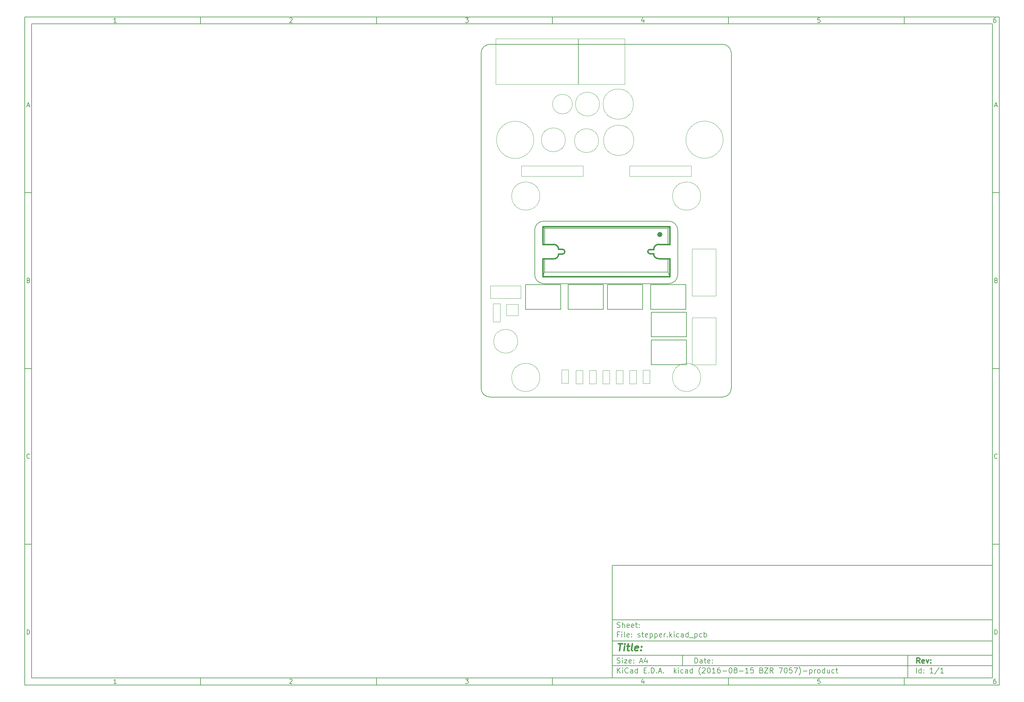
<source format=gbr>
G04 #@! TF.FileFunction,Other,User*
%FSLAX46Y46*%
G04 Gerber Fmt 4.6, Leading zero omitted, Abs format (unit mm)*
G04 Created by KiCad (PCBNEW (2016-08-15 BZR 7057)-product) date Tue Nov  8 12:42:18 2016*
%MOMM*%
%LPD*%
G01*
G04 APERTURE LIST*
%ADD10C,0.100000*%
%ADD11C,0.150000*%
%ADD12C,0.300000*%
%ADD13C,0.400000*%
%ADD14C,0.050000*%
%ADD15C,0.800100*%
%ADD16C,0.200660*%
%ADD17C,0.381000*%
G04 APERTURE END LIST*
D10*
D11*
X177002200Y-166007200D02*
X177002200Y-198007200D01*
X285002200Y-198007200D01*
X285002200Y-166007200D01*
X177002200Y-166007200D01*
D10*
D11*
X10000000Y-10000000D02*
X10000000Y-200007200D01*
X287002200Y-200007200D01*
X287002200Y-10000000D01*
X10000000Y-10000000D01*
D10*
D11*
X12000000Y-12000000D02*
X12000000Y-198007200D01*
X285002200Y-198007200D01*
X285002200Y-12000000D01*
X12000000Y-12000000D01*
D10*
D11*
X60000000Y-12000000D02*
X60000000Y-10000000D01*
D10*
D11*
X110000000Y-12000000D02*
X110000000Y-10000000D01*
D10*
D11*
X160000000Y-12000000D02*
X160000000Y-10000000D01*
D10*
D11*
X210000000Y-12000000D02*
X210000000Y-10000000D01*
D10*
D11*
X260000000Y-12000000D02*
X260000000Y-10000000D01*
D10*
D11*
X36065476Y-11588095D02*
X35322619Y-11588095D01*
X35694047Y-11588095D02*
X35694047Y-10288095D01*
X35570238Y-10473809D01*
X35446428Y-10597619D01*
X35322619Y-10659523D01*
D10*
D11*
X85322619Y-10411904D02*
X85384523Y-10350000D01*
X85508333Y-10288095D01*
X85817857Y-10288095D01*
X85941666Y-10350000D01*
X86003571Y-10411904D01*
X86065476Y-10535714D01*
X86065476Y-10659523D01*
X86003571Y-10845238D01*
X85260714Y-11588095D01*
X86065476Y-11588095D01*
D10*
D11*
X135260714Y-10288095D02*
X136065476Y-10288095D01*
X135632142Y-10783333D01*
X135817857Y-10783333D01*
X135941666Y-10845238D01*
X136003571Y-10907142D01*
X136065476Y-11030952D01*
X136065476Y-11340476D01*
X136003571Y-11464285D01*
X135941666Y-11526190D01*
X135817857Y-11588095D01*
X135446428Y-11588095D01*
X135322619Y-11526190D01*
X135260714Y-11464285D01*
D10*
D11*
X185941666Y-10721428D02*
X185941666Y-11588095D01*
X185632142Y-10226190D02*
X185322619Y-11154761D01*
X186127380Y-11154761D01*
D10*
D11*
X236003571Y-10288095D02*
X235384523Y-10288095D01*
X235322619Y-10907142D01*
X235384523Y-10845238D01*
X235508333Y-10783333D01*
X235817857Y-10783333D01*
X235941666Y-10845238D01*
X236003571Y-10907142D01*
X236065476Y-11030952D01*
X236065476Y-11340476D01*
X236003571Y-11464285D01*
X235941666Y-11526190D01*
X235817857Y-11588095D01*
X235508333Y-11588095D01*
X235384523Y-11526190D01*
X235322619Y-11464285D01*
D10*
D11*
X285941666Y-10288095D02*
X285694047Y-10288095D01*
X285570238Y-10350000D01*
X285508333Y-10411904D01*
X285384523Y-10597619D01*
X285322619Y-10845238D01*
X285322619Y-11340476D01*
X285384523Y-11464285D01*
X285446428Y-11526190D01*
X285570238Y-11588095D01*
X285817857Y-11588095D01*
X285941666Y-11526190D01*
X286003571Y-11464285D01*
X286065476Y-11340476D01*
X286065476Y-11030952D01*
X286003571Y-10907142D01*
X285941666Y-10845238D01*
X285817857Y-10783333D01*
X285570238Y-10783333D01*
X285446428Y-10845238D01*
X285384523Y-10907142D01*
X285322619Y-11030952D01*
D10*
D11*
X60000000Y-198007200D02*
X60000000Y-200007200D01*
D10*
D11*
X110000000Y-198007200D02*
X110000000Y-200007200D01*
D10*
D11*
X160000000Y-198007200D02*
X160000000Y-200007200D01*
D10*
D11*
X210000000Y-198007200D02*
X210000000Y-200007200D01*
D10*
D11*
X260000000Y-198007200D02*
X260000000Y-200007200D01*
D10*
D11*
X36065476Y-199595295D02*
X35322619Y-199595295D01*
X35694047Y-199595295D02*
X35694047Y-198295295D01*
X35570238Y-198481009D01*
X35446428Y-198604819D01*
X35322619Y-198666723D01*
D10*
D11*
X85322619Y-198419104D02*
X85384523Y-198357200D01*
X85508333Y-198295295D01*
X85817857Y-198295295D01*
X85941666Y-198357200D01*
X86003571Y-198419104D01*
X86065476Y-198542914D01*
X86065476Y-198666723D01*
X86003571Y-198852438D01*
X85260714Y-199595295D01*
X86065476Y-199595295D01*
D10*
D11*
X135260714Y-198295295D02*
X136065476Y-198295295D01*
X135632142Y-198790533D01*
X135817857Y-198790533D01*
X135941666Y-198852438D01*
X136003571Y-198914342D01*
X136065476Y-199038152D01*
X136065476Y-199347676D01*
X136003571Y-199471485D01*
X135941666Y-199533390D01*
X135817857Y-199595295D01*
X135446428Y-199595295D01*
X135322619Y-199533390D01*
X135260714Y-199471485D01*
D10*
D11*
X185941666Y-198728628D02*
X185941666Y-199595295D01*
X185632142Y-198233390D02*
X185322619Y-199161961D01*
X186127380Y-199161961D01*
D10*
D11*
X236003571Y-198295295D02*
X235384523Y-198295295D01*
X235322619Y-198914342D01*
X235384523Y-198852438D01*
X235508333Y-198790533D01*
X235817857Y-198790533D01*
X235941666Y-198852438D01*
X236003571Y-198914342D01*
X236065476Y-199038152D01*
X236065476Y-199347676D01*
X236003571Y-199471485D01*
X235941666Y-199533390D01*
X235817857Y-199595295D01*
X235508333Y-199595295D01*
X235384523Y-199533390D01*
X235322619Y-199471485D01*
D10*
D11*
X285941666Y-198295295D02*
X285694047Y-198295295D01*
X285570238Y-198357200D01*
X285508333Y-198419104D01*
X285384523Y-198604819D01*
X285322619Y-198852438D01*
X285322619Y-199347676D01*
X285384523Y-199471485D01*
X285446428Y-199533390D01*
X285570238Y-199595295D01*
X285817857Y-199595295D01*
X285941666Y-199533390D01*
X286003571Y-199471485D01*
X286065476Y-199347676D01*
X286065476Y-199038152D01*
X286003571Y-198914342D01*
X285941666Y-198852438D01*
X285817857Y-198790533D01*
X285570238Y-198790533D01*
X285446428Y-198852438D01*
X285384523Y-198914342D01*
X285322619Y-199038152D01*
D10*
D11*
X10000000Y-60000000D02*
X12000000Y-60000000D01*
D10*
D11*
X10000000Y-110000000D02*
X12000000Y-110000000D01*
D10*
D11*
X10000000Y-160000000D02*
X12000000Y-160000000D01*
D10*
D11*
X10690476Y-35216666D02*
X11309523Y-35216666D01*
X10566666Y-35588095D02*
X11000000Y-34288095D01*
X11433333Y-35588095D01*
D10*
D11*
X11092857Y-84907142D02*
X11278571Y-84969047D01*
X11340476Y-85030952D01*
X11402380Y-85154761D01*
X11402380Y-85340476D01*
X11340476Y-85464285D01*
X11278571Y-85526190D01*
X11154761Y-85588095D01*
X10659523Y-85588095D01*
X10659523Y-84288095D01*
X11092857Y-84288095D01*
X11216666Y-84350000D01*
X11278571Y-84411904D01*
X11340476Y-84535714D01*
X11340476Y-84659523D01*
X11278571Y-84783333D01*
X11216666Y-84845238D01*
X11092857Y-84907142D01*
X10659523Y-84907142D01*
D10*
D11*
X11402380Y-135464285D02*
X11340476Y-135526190D01*
X11154761Y-135588095D01*
X11030952Y-135588095D01*
X10845238Y-135526190D01*
X10721428Y-135402380D01*
X10659523Y-135278571D01*
X10597619Y-135030952D01*
X10597619Y-134845238D01*
X10659523Y-134597619D01*
X10721428Y-134473809D01*
X10845238Y-134350000D01*
X11030952Y-134288095D01*
X11154761Y-134288095D01*
X11340476Y-134350000D01*
X11402380Y-134411904D01*
D10*
D11*
X10659523Y-185588095D02*
X10659523Y-184288095D01*
X10969047Y-184288095D01*
X11154761Y-184350000D01*
X11278571Y-184473809D01*
X11340476Y-184597619D01*
X11402380Y-184845238D01*
X11402380Y-185030952D01*
X11340476Y-185278571D01*
X11278571Y-185402380D01*
X11154761Y-185526190D01*
X10969047Y-185588095D01*
X10659523Y-185588095D01*
D10*
D11*
X287002200Y-60000000D02*
X285002200Y-60000000D01*
D10*
D11*
X287002200Y-110000000D02*
X285002200Y-110000000D01*
D10*
D11*
X287002200Y-160000000D02*
X285002200Y-160000000D01*
D10*
D11*
X285692676Y-35216666D02*
X286311723Y-35216666D01*
X285568866Y-35588095D02*
X286002200Y-34288095D01*
X286435533Y-35588095D01*
D10*
D11*
X286095057Y-84907142D02*
X286280771Y-84969047D01*
X286342676Y-85030952D01*
X286404580Y-85154761D01*
X286404580Y-85340476D01*
X286342676Y-85464285D01*
X286280771Y-85526190D01*
X286156961Y-85588095D01*
X285661723Y-85588095D01*
X285661723Y-84288095D01*
X286095057Y-84288095D01*
X286218866Y-84350000D01*
X286280771Y-84411904D01*
X286342676Y-84535714D01*
X286342676Y-84659523D01*
X286280771Y-84783333D01*
X286218866Y-84845238D01*
X286095057Y-84907142D01*
X285661723Y-84907142D01*
D10*
D11*
X286404580Y-135464285D02*
X286342676Y-135526190D01*
X286156961Y-135588095D01*
X286033152Y-135588095D01*
X285847438Y-135526190D01*
X285723628Y-135402380D01*
X285661723Y-135278571D01*
X285599819Y-135030952D01*
X285599819Y-134845238D01*
X285661723Y-134597619D01*
X285723628Y-134473809D01*
X285847438Y-134350000D01*
X286033152Y-134288095D01*
X286156961Y-134288095D01*
X286342676Y-134350000D01*
X286404580Y-134411904D01*
D10*
D11*
X285661723Y-185588095D02*
X285661723Y-184288095D01*
X285971247Y-184288095D01*
X286156961Y-184350000D01*
X286280771Y-184473809D01*
X286342676Y-184597619D01*
X286404580Y-184845238D01*
X286404580Y-185030952D01*
X286342676Y-185278571D01*
X286280771Y-185402380D01*
X286156961Y-185526190D01*
X285971247Y-185588095D01*
X285661723Y-185588095D01*
D10*
D11*
X200434342Y-193785771D02*
X200434342Y-192285771D01*
X200791485Y-192285771D01*
X201005771Y-192357200D01*
X201148628Y-192500057D01*
X201220057Y-192642914D01*
X201291485Y-192928628D01*
X201291485Y-193142914D01*
X201220057Y-193428628D01*
X201148628Y-193571485D01*
X201005771Y-193714342D01*
X200791485Y-193785771D01*
X200434342Y-193785771D01*
X202577200Y-193785771D02*
X202577200Y-193000057D01*
X202505771Y-192857200D01*
X202362914Y-192785771D01*
X202077200Y-192785771D01*
X201934342Y-192857200D01*
X202577200Y-193714342D02*
X202434342Y-193785771D01*
X202077200Y-193785771D01*
X201934342Y-193714342D01*
X201862914Y-193571485D01*
X201862914Y-193428628D01*
X201934342Y-193285771D01*
X202077200Y-193214342D01*
X202434342Y-193214342D01*
X202577200Y-193142914D01*
X203077200Y-192785771D02*
X203648628Y-192785771D01*
X203291485Y-192285771D02*
X203291485Y-193571485D01*
X203362914Y-193714342D01*
X203505771Y-193785771D01*
X203648628Y-193785771D01*
X204720057Y-193714342D02*
X204577200Y-193785771D01*
X204291485Y-193785771D01*
X204148628Y-193714342D01*
X204077200Y-193571485D01*
X204077200Y-193000057D01*
X204148628Y-192857200D01*
X204291485Y-192785771D01*
X204577200Y-192785771D01*
X204720057Y-192857200D01*
X204791485Y-193000057D01*
X204791485Y-193142914D01*
X204077200Y-193285771D01*
X205434342Y-193642914D02*
X205505771Y-193714342D01*
X205434342Y-193785771D01*
X205362914Y-193714342D01*
X205434342Y-193642914D01*
X205434342Y-193785771D01*
X205434342Y-192857200D02*
X205505771Y-192928628D01*
X205434342Y-193000057D01*
X205362914Y-192928628D01*
X205434342Y-192857200D01*
X205434342Y-193000057D01*
D10*
D11*
X177002200Y-194507200D02*
X285002200Y-194507200D01*
D10*
D11*
X178434342Y-196585771D02*
X178434342Y-195085771D01*
X179291485Y-196585771D02*
X178648628Y-195728628D01*
X179291485Y-195085771D02*
X178434342Y-195942914D01*
X179934342Y-196585771D02*
X179934342Y-195585771D01*
X179934342Y-195085771D02*
X179862914Y-195157200D01*
X179934342Y-195228628D01*
X180005771Y-195157200D01*
X179934342Y-195085771D01*
X179934342Y-195228628D01*
X181505771Y-196442914D02*
X181434342Y-196514342D01*
X181220057Y-196585771D01*
X181077200Y-196585771D01*
X180862914Y-196514342D01*
X180720057Y-196371485D01*
X180648628Y-196228628D01*
X180577200Y-195942914D01*
X180577200Y-195728628D01*
X180648628Y-195442914D01*
X180720057Y-195300057D01*
X180862914Y-195157200D01*
X181077200Y-195085771D01*
X181220057Y-195085771D01*
X181434342Y-195157200D01*
X181505771Y-195228628D01*
X182791485Y-196585771D02*
X182791485Y-195800057D01*
X182720057Y-195657200D01*
X182577200Y-195585771D01*
X182291485Y-195585771D01*
X182148628Y-195657200D01*
X182791485Y-196514342D02*
X182648628Y-196585771D01*
X182291485Y-196585771D01*
X182148628Y-196514342D01*
X182077200Y-196371485D01*
X182077200Y-196228628D01*
X182148628Y-196085771D01*
X182291485Y-196014342D01*
X182648628Y-196014342D01*
X182791485Y-195942914D01*
X184148628Y-196585771D02*
X184148628Y-195085771D01*
X184148628Y-196514342D02*
X184005771Y-196585771D01*
X183720057Y-196585771D01*
X183577200Y-196514342D01*
X183505771Y-196442914D01*
X183434342Y-196300057D01*
X183434342Y-195871485D01*
X183505771Y-195728628D01*
X183577200Y-195657200D01*
X183720057Y-195585771D01*
X184005771Y-195585771D01*
X184148628Y-195657200D01*
X186005771Y-195800057D02*
X186505771Y-195800057D01*
X186720057Y-196585771D02*
X186005771Y-196585771D01*
X186005771Y-195085771D01*
X186720057Y-195085771D01*
X187362914Y-196442914D02*
X187434342Y-196514342D01*
X187362914Y-196585771D01*
X187291485Y-196514342D01*
X187362914Y-196442914D01*
X187362914Y-196585771D01*
X188077200Y-196585771D02*
X188077200Y-195085771D01*
X188434342Y-195085771D01*
X188648628Y-195157200D01*
X188791485Y-195300057D01*
X188862914Y-195442914D01*
X188934342Y-195728628D01*
X188934342Y-195942914D01*
X188862914Y-196228628D01*
X188791485Y-196371485D01*
X188648628Y-196514342D01*
X188434342Y-196585771D01*
X188077200Y-196585771D01*
X189577200Y-196442914D02*
X189648628Y-196514342D01*
X189577200Y-196585771D01*
X189505771Y-196514342D01*
X189577200Y-196442914D01*
X189577200Y-196585771D01*
X190220057Y-196157200D02*
X190934342Y-196157200D01*
X190077200Y-196585771D02*
X190577200Y-195085771D01*
X191077200Y-196585771D01*
X191577200Y-196442914D02*
X191648628Y-196514342D01*
X191577200Y-196585771D01*
X191505771Y-196514342D01*
X191577200Y-196442914D01*
X191577200Y-196585771D01*
X194577200Y-196585771D02*
X194577200Y-195085771D01*
X194720057Y-196014342D02*
X195148628Y-196585771D01*
X195148628Y-195585771D02*
X194577200Y-196157200D01*
X195791485Y-196585771D02*
X195791485Y-195585771D01*
X195791485Y-195085771D02*
X195720057Y-195157200D01*
X195791485Y-195228628D01*
X195862914Y-195157200D01*
X195791485Y-195085771D01*
X195791485Y-195228628D01*
X197148628Y-196514342D02*
X197005771Y-196585771D01*
X196720057Y-196585771D01*
X196577200Y-196514342D01*
X196505771Y-196442914D01*
X196434342Y-196300057D01*
X196434342Y-195871485D01*
X196505771Y-195728628D01*
X196577200Y-195657200D01*
X196720057Y-195585771D01*
X197005771Y-195585771D01*
X197148628Y-195657200D01*
X198434342Y-196585771D02*
X198434342Y-195800057D01*
X198362914Y-195657200D01*
X198220057Y-195585771D01*
X197934342Y-195585771D01*
X197791485Y-195657200D01*
X198434342Y-196514342D02*
X198291485Y-196585771D01*
X197934342Y-196585771D01*
X197791485Y-196514342D01*
X197720057Y-196371485D01*
X197720057Y-196228628D01*
X197791485Y-196085771D01*
X197934342Y-196014342D01*
X198291485Y-196014342D01*
X198434342Y-195942914D01*
X199791485Y-196585771D02*
X199791485Y-195085771D01*
X199791485Y-196514342D02*
X199648628Y-196585771D01*
X199362914Y-196585771D01*
X199220057Y-196514342D01*
X199148628Y-196442914D01*
X199077200Y-196300057D01*
X199077200Y-195871485D01*
X199148628Y-195728628D01*
X199220057Y-195657200D01*
X199362914Y-195585771D01*
X199648628Y-195585771D01*
X199791485Y-195657200D01*
X202077200Y-197157200D02*
X202005771Y-197085771D01*
X201862914Y-196871485D01*
X201791485Y-196728628D01*
X201720057Y-196514342D01*
X201648628Y-196157200D01*
X201648628Y-195871485D01*
X201720057Y-195514342D01*
X201791485Y-195300057D01*
X201862914Y-195157200D01*
X202005771Y-194942914D01*
X202077200Y-194871485D01*
X202577200Y-195228628D02*
X202648628Y-195157200D01*
X202791485Y-195085771D01*
X203148628Y-195085771D01*
X203291485Y-195157200D01*
X203362914Y-195228628D01*
X203434342Y-195371485D01*
X203434342Y-195514342D01*
X203362914Y-195728628D01*
X202505771Y-196585771D01*
X203434342Y-196585771D01*
X204362914Y-195085771D02*
X204505771Y-195085771D01*
X204648628Y-195157200D01*
X204720057Y-195228628D01*
X204791485Y-195371485D01*
X204862914Y-195657200D01*
X204862914Y-196014342D01*
X204791485Y-196300057D01*
X204720057Y-196442914D01*
X204648628Y-196514342D01*
X204505771Y-196585771D01*
X204362914Y-196585771D01*
X204220057Y-196514342D01*
X204148628Y-196442914D01*
X204077200Y-196300057D01*
X204005771Y-196014342D01*
X204005771Y-195657200D01*
X204077200Y-195371485D01*
X204148628Y-195228628D01*
X204220057Y-195157200D01*
X204362914Y-195085771D01*
X206291485Y-196585771D02*
X205434342Y-196585771D01*
X205862914Y-196585771D02*
X205862914Y-195085771D01*
X205720057Y-195300057D01*
X205577200Y-195442914D01*
X205434342Y-195514342D01*
X207577200Y-195085771D02*
X207291485Y-195085771D01*
X207148628Y-195157200D01*
X207077200Y-195228628D01*
X206934342Y-195442914D01*
X206862914Y-195728628D01*
X206862914Y-196300057D01*
X206934342Y-196442914D01*
X207005771Y-196514342D01*
X207148628Y-196585771D01*
X207434342Y-196585771D01*
X207577200Y-196514342D01*
X207648628Y-196442914D01*
X207720057Y-196300057D01*
X207720057Y-195942914D01*
X207648628Y-195800057D01*
X207577200Y-195728628D01*
X207434342Y-195657200D01*
X207148628Y-195657200D01*
X207005771Y-195728628D01*
X206934342Y-195800057D01*
X206862914Y-195942914D01*
X208362914Y-196014342D02*
X209505771Y-196014342D01*
X210505771Y-195085771D02*
X210648628Y-195085771D01*
X210791485Y-195157200D01*
X210862914Y-195228628D01*
X210934342Y-195371485D01*
X211005771Y-195657200D01*
X211005771Y-196014342D01*
X210934342Y-196300057D01*
X210862914Y-196442914D01*
X210791485Y-196514342D01*
X210648628Y-196585771D01*
X210505771Y-196585771D01*
X210362914Y-196514342D01*
X210291485Y-196442914D01*
X210220057Y-196300057D01*
X210148628Y-196014342D01*
X210148628Y-195657200D01*
X210220057Y-195371485D01*
X210291485Y-195228628D01*
X210362914Y-195157200D01*
X210505771Y-195085771D01*
X211862914Y-195728628D02*
X211720057Y-195657200D01*
X211648628Y-195585771D01*
X211577200Y-195442914D01*
X211577200Y-195371485D01*
X211648628Y-195228628D01*
X211720057Y-195157200D01*
X211862914Y-195085771D01*
X212148628Y-195085771D01*
X212291485Y-195157200D01*
X212362914Y-195228628D01*
X212434342Y-195371485D01*
X212434342Y-195442914D01*
X212362914Y-195585771D01*
X212291485Y-195657200D01*
X212148628Y-195728628D01*
X211862914Y-195728628D01*
X211720057Y-195800057D01*
X211648628Y-195871485D01*
X211577200Y-196014342D01*
X211577200Y-196300057D01*
X211648628Y-196442914D01*
X211720057Y-196514342D01*
X211862914Y-196585771D01*
X212148628Y-196585771D01*
X212291485Y-196514342D01*
X212362914Y-196442914D01*
X212434342Y-196300057D01*
X212434342Y-196014342D01*
X212362914Y-195871485D01*
X212291485Y-195800057D01*
X212148628Y-195728628D01*
X213077200Y-196014342D02*
X214220057Y-196014342D01*
X215720057Y-196585771D02*
X214862914Y-196585771D01*
X215291485Y-196585771D02*
X215291485Y-195085771D01*
X215148628Y-195300057D01*
X215005771Y-195442914D01*
X214862914Y-195514342D01*
X217077200Y-195085771D02*
X216362914Y-195085771D01*
X216291485Y-195800057D01*
X216362914Y-195728628D01*
X216505771Y-195657200D01*
X216862914Y-195657200D01*
X217005771Y-195728628D01*
X217077200Y-195800057D01*
X217148628Y-195942914D01*
X217148628Y-196300057D01*
X217077200Y-196442914D01*
X217005771Y-196514342D01*
X216862914Y-196585771D01*
X216505771Y-196585771D01*
X216362914Y-196514342D01*
X216291485Y-196442914D01*
X219434342Y-195800057D02*
X219648628Y-195871485D01*
X219720057Y-195942914D01*
X219791485Y-196085771D01*
X219791485Y-196300057D01*
X219720057Y-196442914D01*
X219648628Y-196514342D01*
X219505771Y-196585771D01*
X218934342Y-196585771D01*
X218934342Y-195085771D01*
X219434342Y-195085771D01*
X219577200Y-195157200D01*
X219648628Y-195228628D01*
X219720057Y-195371485D01*
X219720057Y-195514342D01*
X219648628Y-195657200D01*
X219577200Y-195728628D01*
X219434342Y-195800057D01*
X218934342Y-195800057D01*
X220291485Y-195085771D02*
X221291485Y-195085771D01*
X220291485Y-196585771D01*
X221291485Y-196585771D01*
X222720057Y-196585771D02*
X222220057Y-195871485D01*
X221862914Y-196585771D02*
X221862914Y-195085771D01*
X222434342Y-195085771D01*
X222577200Y-195157200D01*
X222648628Y-195228628D01*
X222720057Y-195371485D01*
X222720057Y-195585771D01*
X222648628Y-195728628D01*
X222577200Y-195800057D01*
X222434342Y-195871485D01*
X221862914Y-195871485D01*
X224362914Y-195085771D02*
X225362914Y-195085771D01*
X224720057Y-196585771D01*
X226220057Y-195085771D02*
X226362914Y-195085771D01*
X226505771Y-195157200D01*
X226577200Y-195228628D01*
X226648628Y-195371485D01*
X226720057Y-195657200D01*
X226720057Y-196014342D01*
X226648628Y-196300057D01*
X226577200Y-196442914D01*
X226505771Y-196514342D01*
X226362914Y-196585771D01*
X226220057Y-196585771D01*
X226077200Y-196514342D01*
X226005771Y-196442914D01*
X225934342Y-196300057D01*
X225862914Y-196014342D01*
X225862914Y-195657200D01*
X225934342Y-195371485D01*
X226005771Y-195228628D01*
X226077200Y-195157200D01*
X226220057Y-195085771D01*
X228077200Y-195085771D02*
X227362914Y-195085771D01*
X227291485Y-195800057D01*
X227362914Y-195728628D01*
X227505771Y-195657200D01*
X227862914Y-195657200D01*
X228005771Y-195728628D01*
X228077200Y-195800057D01*
X228148628Y-195942914D01*
X228148628Y-196300057D01*
X228077200Y-196442914D01*
X228005771Y-196514342D01*
X227862914Y-196585771D01*
X227505771Y-196585771D01*
X227362914Y-196514342D01*
X227291485Y-196442914D01*
X228648628Y-195085771D02*
X229648628Y-195085771D01*
X229005771Y-196585771D01*
X230077199Y-197157200D02*
X230148628Y-197085771D01*
X230291485Y-196871485D01*
X230362914Y-196728628D01*
X230434342Y-196514342D01*
X230505771Y-196157200D01*
X230505771Y-195871485D01*
X230434342Y-195514342D01*
X230362914Y-195300057D01*
X230291485Y-195157200D01*
X230148628Y-194942914D01*
X230077199Y-194871485D01*
X231220057Y-196014342D02*
X232362914Y-196014342D01*
X233077199Y-195585771D02*
X233077199Y-197085771D01*
X233077199Y-195657200D02*
X233220057Y-195585771D01*
X233505771Y-195585771D01*
X233648628Y-195657200D01*
X233720057Y-195728628D01*
X233791485Y-195871485D01*
X233791485Y-196300057D01*
X233720057Y-196442914D01*
X233648628Y-196514342D01*
X233505771Y-196585771D01*
X233220057Y-196585771D01*
X233077199Y-196514342D01*
X234434342Y-196585771D02*
X234434342Y-195585771D01*
X234434342Y-195871485D02*
X234505771Y-195728628D01*
X234577199Y-195657200D01*
X234720057Y-195585771D01*
X234862914Y-195585771D01*
X235577199Y-196585771D02*
X235434342Y-196514342D01*
X235362914Y-196442914D01*
X235291485Y-196300057D01*
X235291485Y-195871485D01*
X235362914Y-195728628D01*
X235434342Y-195657200D01*
X235577199Y-195585771D01*
X235791485Y-195585771D01*
X235934342Y-195657200D01*
X236005771Y-195728628D01*
X236077199Y-195871485D01*
X236077199Y-196300057D01*
X236005771Y-196442914D01*
X235934342Y-196514342D01*
X235791485Y-196585771D01*
X235577199Y-196585771D01*
X237362914Y-196585771D02*
X237362914Y-195085771D01*
X237362914Y-196514342D02*
X237220057Y-196585771D01*
X236934342Y-196585771D01*
X236791485Y-196514342D01*
X236720057Y-196442914D01*
X236648628Y-196300057D01*
X236648628Y-195871485D01*
X236720057Y-195728628D01*
X236791485Y-195657200D01*
X236934342Y-195585771D01*
X237220057Y-195585771D01*
X237362914Y-195657200D01*
X238720057Y-195585771D02*
X238720057Y-196585771D01*
X238077199Y-195585771D02*
X238077199Y-196371485D01*
X238148628Y-196514342D01*
X238291485Y-196585771D01*
X238505771Y-196585771D01*
X238648628Y-196514342D01*
X238720057Y-196442914D01*
X240077199Y-196514342D02*
X239934342Y-196585771D01*
X239648628Y-196585771D01*
X239505771Y-196514342D01*
X239434342Y-196442914D01*
X239362914Y-196300057D01*
X239362914Y-195871485D01*
X239434342Y-195728628D01*
X239505771Y-195657200D01*
X239648628Y-195585771D01*
X239934342Y-195585771D01*
X240077199Y-195657200D01*
X240505771Y-195585771D02*
X241077199Y-195585771D01*
X240720057Y-195085771D02*
X240720057Y-196371485D01*
X240791485Y-196514342D01*
X240934342Y-196585771D01*
X241077199Y-196585771D01*
D10*
D11*
X177002200Y-191507200D02*
X285002200Y-191507200D01*
D10*
D12*
X264411485Y-193785771D02*
X263911485Y-193071485D01*
X263554342Y-193785771D02*
X263554342Y-192285771D01*
X264125771Y-192285771D01*
X264268628Y-192357200D01*
X264340057Y-192428628D01*
X264411485Y-192571485D01*
X264411485Y-192785771D01*
X264340057Y-192928628D01*
X264268628Y-193000057D01*
X264125771Y-193071485D01*
X263554342Y-193071485D01*
X265625771Y-193714342D02*
X265482914Y-193785771D01*
X265197200Y-193785771D01*
X265054342Y-193714342D01*
X264982914Y-193571485D01*
X264982914Y-193000057D01*
X265054342Y-192857200D01*
X265197200Y-192785771D01*
X265482914Y-192785771D01*
X265625771Y-192857200D01*
X265697200Y-193000057D01*
X265697200Y-193142914D01*
X264982914Y-193285771D01*
X266197200Y-192785771D02*
X266554342Y-193785771D01*
X266911485Y-192785771D01*
X267482914Y-193642914D02*
X267554342Y-193714342D01*
X267482914Y-193785771D01*
X267411485Y-193714342D01*
X267482914Y-193642914D01*
X267482914Y-193785771D01*
X267482914Y-192857200D02*
X267554342Y-192928628D01*
X267482914Y-193000057D01*
X267411485Y-192928628D01*
X267482914Y-192857200D01*
X267482914Y-193000057D01*
D10*
D11*
X178362914Y-193714342D02*
X178577200Y-193785771D01*
X178934342Y-193785771D01*
X179077200Y-193714342D01*
X179148628Y-193642914D01*
X179220057Y-193500057D01*
X179220057Y-193357200D01*
X179148628Y-193214342D01*
X179077200Y-193142914D01*
X178934342Y-193071485D01*
X178648628Y-193000057D01*
X178505771Y-192928628D01*
X178434342Y-192857200D01*
X178362914Y-192714342D01*
X178362914Y-192571485D01*
X178434342Y-192428628D01*
X178505771Y-192357200D01*
X178648628Y-192285771D01*
X179005771Y-192285771D01*
X179220057Y-192357200D01*
X179862914Y-193785771D02*
X179862914Y-192785771D01*
X179862914Y-192285771D02*
X179791485Y-192357200D01*
X179862914Y-192428628D01*
X179934342Y-192357200D01*
X179862914Y-192285771D01*
X179862914Y-192428628D01*
X180434342Y-192785771D02*
X181220057Y-192785771D01*
X180434342Y-193785771D01*
X181220057Y-193785771D01*
X182362914Y-193714342D02*
X182220057Y-193785771D01*
X181934342Y-193785771D01*
X181791485Y-193714342D01*
X181720057Y-193571485D01*
X181720057Y-193000057D01*
X181791485Y-192857200D01*
X181934342Y-192785771D01*
X182220057Y-192785771D01*
X182362914Y-192857200D01*
X182434342Y-193000057D01*
X182434342Y-193142914D01*
X181720057Y-193285771D01*
X183077200Y-193642914D02*
X183148628Y-193714342D01*
X183077200Y-193785771D01*
X183005771Y-193714342D01*
X183077200Y-193642914D01*
X183077200Y-193785771D01*
X183077200Y-192857200D02*
X183148628Y-192928628D01*
X183077200Y-193000057D01*
X183005771Y-192928628D01*
X183077200Y-192857200D01*
X183077200Y-193000057D01*
X184862914Y-193357200D02*
X185577200Y-193357200D01*
X184720057Y-193785771D02*
X185220057Y-192285771D01*
X185720057Y-193785771D01*
X186862914Y-192785771D02*
X186862914Y-193785771D01*
X186505771Y-192214342D02*
X186148628Y-193285771D01*
X187077200Y-193285771D01*
D10*
D11*
X263434342Y-196585771D02*
X263434342Y-195085771D01*
X264791485Y-196585771D02*
X264791485Y-195085771D01*
X264791485Y-196514342D02*
X264648628Y-196585771D01*
X264362914Y-196585771D01*
X264220057Y-196514342D01*
X264148628Y-196442914D01*
X264077200Y-196300057D01*
X264077200Y-195871485D01*
X264148628Y-195728628D01*
X264220057Y-195657200D01*
X264362914Y-195585771D01*
X264648628Y-195585771D01*
X264791485Y-195657200D01*
X265505771Y-196442914D02*
X265577200Y-196514342D01*
X265505771Y-196585771D01*
X265434342Y-196514342D01*
X265505771Y-196442914D01*
X265505771Y-196585771D01*
X265505771Y-195657200D02*
X265577200Y-195728628D01*
X265505771Y-195800057D01*
X265434342Y-195728628D01*
X265505771Y-195657200D01*
X265505771Y-195800057D01*
X268148628Y-196585771D02*
X267291485Y-196585771D01*
X267720057Y-196585771D02*
X267720057Y-195085771D01*
X267577200Y-195300057D01*
X267434342Y-195442914D01*
X267291485Y-195514342D01*
X269862914Y-195014342D02*
X268577200Y-196942914D01*
X271148628Y-196585771D02*
X270291485Y-196585771D01*
X270720057Y-196585771D02*
X270720057Y-195085771D01*
X270577200Y-195300057D01*
X270434342Y-195442914D01*
X270291485Y-195514342D01*
D10*
D11*
X177002200Y-187507200D02*
X285002200Y-187507200D01*
D10*
D13*
X178714580Y-188211961D02*
X179857438Y-188211961D01*
X179036009Y-190211961D02*
X179286009Y-188211961D01*
X180274104Y-190211961D02*
X180440771Y-188878628D01*
X180524104Y-188211961D02*
X180416961Y-188307200D01*
X180500295Y-188402438D01*
X180607438Y-188307200D01*
X180524104Y-188211961D01*
X180500295Y-188402438D01*
X181107438Y-188878628D02*
X181869342Y-188878628D01*
X181476485Y-188211961D02*
X181262200Y-189926247D01*
X181333628Y-190116723D01*
X181512200Y-190211961D01*
X181702676Y-190211961D01*
X182655057Y-190211961D02*
X182476485Y-190116723D01*
X182405057Y-189926247D01*
X182619342Y-188211961D01*
X184190771Y-190116723D02*
X183988390Y-190211961D01*
X183607438Y-190211961D01*
X183428866Y-190116723D01*
X183357438Y-189926247D01*
X183452676Y-189164342D01*
X183571723Y-188973866D01*
X183774104Y-188878628D01*
X184155057Y-188878628D01*
X184333628Y-188973866D01*
X184405057Y-189164342D01*
X184381247Y-189354819D01*
X183405057Y-189545295D01*
X185155057Y-190021485D02*
X185238390Y-190116723D01*
X185131247Y-190211961D01*
X185047914Y-190116723D01*
X185155057Y-190021485D01*
X185131247Y-190211961D01*
X185286009Y-188973866D02*
X185369342Y-189069104D01*
X185262200Y-189164342D01*
X185178866Y-189069104D01*
X185286009Y-188973866D01*
X185262200Y-189164342D01*
D10*
D11*
X178934342Y-185600057D02*
X178434342Y-185600057D01*
X178434342Y-186385771D02*
X178434342Y-184885771D01*
X179148628Y-184885771D01*
X179720057Y-186385771D02*
X179720057Y-185385771D01*
X179720057Y-184885771D02*
X179648628Y-184957200D01*
X179720057Y-185028628D01*
X179791485Y-184957200D01*
X179720057Y-184885771D01*
X179720057Y-185028628D01*
X180648628Y-186385771D02*
X180505771Y-186314342D01*
X180434342Y-186171485D01*
X180434342Y-184885771D01*
X181791485Y-186314342D02*
X181648628Y-186385771D01*
X181362914Y-186385771D01*
X181220057Y-186314342D01*
X181148628Y-186171485D01*
X181148628Y-185600057D01*
X181220057Y-185457200D01*
X181362914Y-185385771D01*
X181648628Y-185385771D01*
X181791485Y-185457200D01*
X181862914Y-185600057D01*
X181862914Y-185742914D01*
X181148628Y-185885771D01*
X182505771Y-186242914D02*
X182577200Y-186314342D01*
X182505771Y-186385771D01*
X182434342Y-186314342D01*
X182505771Y-186242914D01*
X182505771Y-186385771D01*
X182505771Y-185457200D02*
X182577200Y-185528628D01*
X182505771Y-185600057D01*
X182434342Y-185528628D01*
X182505771Y-185457200D01*
X182505771Y-185600057D01*
X184291485Y-186314342D02*
X184434342Y-186385771D01*
X184720057Y-186385771D01*
X184862914Y-186314342D01*
X184934342Y-186171485D01*
X184934342Y-186100057D01*
X184862914Y-185957200D01*
X184720057Y-185885771D01*
X184505771Y-185885771D01*
X184362914Y-185814342D01*
X184291485Y-185671485D01*
X184291485Y-185600057D01*
X184362914Y-185457200D01*
X184505771Y-185385771D01*
X184720057Y-185385771D01*
X184862914Y-185457200D01*
X185362914Y-185385771D02*
X185934342Y-185385771D01*
X185577200Y-184885771D02*
X185577200Y-186171485D01*
X185648628Y-186314342D01*
X185791485Y-186385771D01*
X185934342Y-186385771D01*
X187005771Y-186314342D02*
X186862914Y-186385771D01*
X186577200Y-186385771D01*
X186434342Y-186314342D01*
X186362914Y-186171485D01*
X186362914Y-185600057D01*
X186434342Y-185457200D01*
X186577200Y-185385771D01*
X186862914Y-185385771D01*
X187005771Y-185457200D01*
X187077200Y-185600057D01*
X187077200Y-185742914D01*
X186362914Y-185885771D01*
X187720057Y-185385771D02*
X187720057Y-186885771D01*
X187720057Y-185457200D02*
X187862914Y-185385771D01*
X188148628Y-185385771D01*
X188291485Y-185457200D01*
X188362914Y-185528628D01*
X188434342Y-185671485D01*
X188434342Y-186100057D01*
X188362914Y-186242914D01*
X188291485Y-186314342D01*
X188148628Y-186385771D01*
X187862914Y-186385771D01*
X187720057Y-186314342D01*
X189077200Y-185385771D02*
X189077200Y-186885771D01*
X189077200Y-185457200D02*
X189220057Y-185385771D01*
X189505771Y-185385771D01*
X189648628Y-185457200D01*
X189720057Y-185528628D01*
X189791485Y-185671485D01*
X189791485Y-186100057D01*
X189720057Y-186242914D01*
X189648628Y-186314342D01*
X189505771Y-186385771D01*
X189220057Y-186385771D01*
X189077200Y-186314342D01*
X191005771Y-186314342D02*
X190862914Y-186385771D01*
X190577200Y-186385771D01*
X190434342Y-186314342D01*
X190362914Y-186171485D01*
X190362914Y-185600057D01*
X190434342Y-185457200D01*
X190577200Y-185385771D01*
X190862914Y-185385771D01*
X191005771Y-185457200D01*
X191077200Y-185600057D01*
X191077200Y-185742914D01*
X190362914Y-185885771D01*
X191720057Y-186385771D02*
X191720057Y-185385771D01*
X191720057Y-185671485D02*
X191791485Y-185528628D01*
X191862914Y-185457200D01*
X192005771Y-185385771D01*
X192148628Y-185385771D01*
X192648628Y-186242914D02*
X192720057Y-186314342D01*
X192648628Y-186385771D01*
X192577200Y-186314342D01*
X192648628Y-186242914D01*
X192648628Y-186385771D01*
X193362914Y-186385771D02*
X193362914Y-184885771D01*
X193505771Y-185814342D02*
X193934342Y-186385771D01*
X193934342Y-185385771D02*
X193362914Y-185957200D01*
X194577200Y-186385771D02*
X194577200Y-185385771D01*
X194577200Y-184885771D02*
X194505771Y-184957200D01*
X194577200Y-185028628D01*
X194648628Y-184957200D01*
X194577200Y-184885771D01*
X194577200Y-185028628D01*
X195934342Y-186314342D02*
X195791485Y-186385771D01*
X195505771Y-186385771D01*
X195362914Y-186314342D01*
X195291485Y-186242914D01*
X195220057Y-186100057D01*
X195220057Y-185671485D01*
X195291485Y-185528628D01*
X195362914Y-185457200D01*
X195505771Y-185385771D01*
X195791485Y-185385771D01*
X195934342Y-185457200D01*
X197220057Y-186385771D02*
X197220057Y-185600057D01*
X197148628Y-185457200D01*
X197005771Y-185385771D01*
X196720057Y-185385771D01*
X196577200Y-185457200D01*
X197220057Y-186314342D02*
X197077200Y-186385771D01*
X196720057Y-186385771D01*
X196577200Y-186314342D01*
X196505771Y-186171485D01*
X196505771Y-186028628D01*
X196577200Y-185885771D01*
X196720057Y-185814342D01*
X197077200Y-185814342D01*
X197220057Y-185742914D01*
X198577200Y-186385771D02*
X198577200Y-184885771D01*
X198577200Y-186314342D02*
X198434342Y-186385771D01*
X198148628Y-186385771D01*
X198005771Y-186314342D01*
X197934342Y-186242914D01*
X197862914Y-186100057D01*
X197862914Y-185671485D01*
X197934342Y-185528628D01*
X198005771Y-185457200D01*
X198148628Y-185385771D01*
X198434342Y-185385771D01*
X198577200Y-185457200D01*
X198934342Y-186528628D02*
X200077200Y-186528628D01*
X200434342Y-185385771D02*
X200434342Y-186885771D01*
X200434342Y-185457200D02*
X200577200Y-185385771D01*
X200862914Y-185385771D01*
X201005771Y-185457200D01*
X201077200Y-185528628D01*
X201148628Y-185671485D01*
X201148628Y-186100057D01*
X201077200Y-186242914D01*
X201005771Y-186314342D01*
X200862914Y-186385771D01*
X200577200Y-186385771D01*
X200434342Y-186314342D01*
X202434342Y-186314342D02*
X202291485Y-186385771D01*
X202005771Y-186385771D01*
X201862914Y-186314342D01*
X201791485Y-186242914D01*
X201720057Y-186100057D01*
X201720057Y-185671485D01*
X201791485Y-185528628D01*
X201862914Y-185457200D01*
X202005771Y-185385771D01*
X202291485Y-185385771D01*
X202434342Y-185457200D01*
X203077200Y-186385771D02*
X203077200Y-184885771D01*
X203077200Y-185457200D02*
X203220057Y-185385771D01*
X203505771Y-185385771D01*
X203648628Y-185457200D01*
X203720057Y-185528628D01*
X203791485Y-185671485D01*
X203791485Y-186100057D01*
X203720057Y-186242914D01*
X203648628Y-186314342D01*
X203505771Y-186385771D01*
X203220057Y-186385771D01*
X203077200Y-186314342D01*
D10*
D11*
X177002200Y-181507200D02*
X285002200Y-181507200D01*
D10*
D11*
X178362914Y-183614342D02*
X178577200Y-183685771D01*
X178934342Y-183685771D01*
X179077200Y-183614342D01*
X179148628Y-183542914D01*
X179220057Y-183400057D01*
X179220057Y-183257200D01*
X179148628Y-183114342D01*
X179077200Y-183042914D01*
X178934342Y-182971485D01*
X178648628Y-182900057D01*
X178505771Y-182828628D01*
X178434342Y-182757200D01*
X178362914Y-182614342D01*
X178362914Y-182471485D01*
X178434342Y-182328628D01*
X178505771Y-182257200D01*
X178648628Y-182185771D01*
X179005771Y-182185771D01*
X179220057Y-182257200D01*
X179862914Y-183685771D02*
X179862914Y-182185771D01*
X180505771Y-183685771D02*
X180505771Y-182900057D01*
X180434342Y-182757200D01*
X180291485Y-182685771D01*
X180077200Y-182685771D01*
X179934342Y-182757200D01*
X179862914Y-182828628D01*
X181791485Y-183614342D02*
X181648628Y-183685771D01*
X181362914Y-183685771D01*
X181220057Y-183614342D01*
X181148628Y-183471485D01*
X181148628Y-182900057D01*
X181220057Y-182757200D01*
X181362914Y-182685771D01*
X181648628Y-182685771D01*
X181791485Y-182757200D01*
X181862914Y-182900057D01*
X181862914Y-183042914D01*
X181148628Y-183185771D01*
X183077200Y-183614342D02*
X182934342Y-183685771D01*
X182648628Y-183685771D01*
X182505771Y-183614342D01*
X182434342Y-183471485D01*
X182434342Y-182900057D01*
X182505771Y-182757200D01*
X182648628Y-182685771D01*
X182934342Y-182685771D01*
X183077200Y-182757200D01*
X183148628Y-182900057D01*
X183148628Y-183042914D01*
X182434342Y-183185771D01*
X183577200Y-182685771D02*
X184148628Y-182685771D01*
X183791485Y-182185771D02*
X183791485Y-183471485D01*
X183862914Y-183614342D01*
X184005771Y-183685771D01*
X184148628Y-183685771D01*
X184648628Y-183542914D02*
X184720057Y-183614342D01*
X184648628Y-183685771D01*
X184577200Y-183614342D01*
X184648628Y-183542914D01*
X184648628Y-183685771D01*
X184648628Y-182757200D02*
X184720057Y-182828628D01*
X184648628Y-182900057D01*
X184577200Y-182828628D01*
X184648628Y-182757200D01*
X184648628Y-182900057D01*
D10*
D11*
X197002200Y-191507200D02*
X197002200Y-194507200D01*
D10*
D11*
X261002200Y-191507200D02*
X261002200Y-198007200D01*
X139700000Y-115570000D02*
G75*
G03X142240000Y-118110000I2540000J0D01*
G01*
X208280000Y-118110000D02*
G75*
G03X210820000Y-115570000I0J2540000D01*
G01*
X142240000Y-17780000D02*
G75*
G03X139700000Y-20320000I0J-2540000D01*
G01*
X210820000Y-115570000D02*
X210820000Y-20320000D01*
X210820000Y-20320000D02*
G75*
G03X208280000Y-17780000I-2540000J0D01*
G01*
X142240000Y-118110000D02*
X208280000Y-118110000D01*
X139700000Y-20320000D02*
X139700000Y-115570000D01*
X208280000Y-17780000D02*
X142240000Y-17780000D01*
D14*
X156400000Y-112522000D02*
G75*
G03X156400000Y-112522000I-4000000J0D01*
G01*
X202120000Y-112522000D02*
G75*
G03X202120000Y-112522000I-4000000J0D01*
G01*
X156400000Y-60960000D02*
G75*
G03X156400000Y-60960000I-4000000J0D01*
G01*
D11*
X152353000Y-86162000D02*
X162353000Y-86162000D01*
X162353000Y-86162000D02*
X162353000Y-93162000D01*
X162353000Y-93162000D02*
X152353000Y-93162000D01*
X152353000Y-93162000D02*
X152353000Y-86162000D01*
X175594000Y-93162000D02*
X175594000Y-86162000D01*
X185594000Y-93162000D02*
X175594000Y-93162000D01*
X185594000Y-86162000D02*
X185594000Y-93162000D01*
X175594000Y-86162000D02*
X185594000Y-86162000D01*
X164418000Y-86162000D02*
X174418000Y-86162000D01*
X174418000Y-86162000D02*
X174418000Y-93162000D01*
X174418000Y-93162000D02*
X164418000Y-93162000D01*
X164418000Y-93162000D02*
X164418000Y-86162000D01*
X188040000Y-101910000D02*
X198040000Y-101910000D01*
X198040000Y-101910000D02*
X198040000Y-108910000D01*
X198040000Y-108910000D02*
X188040000Y-108910000D01*
X188040000Y-108910000D02*
X188040000Y-101910000D01*
X188040000Y-100972500D02*
X188040000Y-93972500D01*
X198040000Y-100972500D02*
X188040000Y-100972500D01*
X198040000Y-93972500D02*
X198040000Y-100972500D01*
X188040000Y-93972500D02*
X198040000Y-93972500D01*
X187913000Y-86162000D02*
X197913000Y-86162000D01*
X197913000Y-86162000D02*
X197913000Y-93162000D01*
X197913000Y-93162000D02*
X187913000Y-93162000D01*
X187913000Y-93162000D02*
X187913000Y-86162000D01*
D14*
X199715000Y-75960000D02*
X199715000Y-89310000D01*
X206465000Y-75960000D02*
X199715000Y-75960000D01*
X206465000Y-89310000D02*
X206465000Y-75960000D01*
X199715000Y-89310000D02*
X206465000Y-89310000D01*
X199715000Y-108915000D02*
X206465000Y-108915000D01*
X206465000Y-108915000D02*
X206465000Y-95565000D01*
X206465000Y-95565000D02*
X199715000Y-95565000D01*
X199715000Y-95565000D02*
X199715000Y-108915000D01*
X150240000Y-94945000D02*
X146940000Y-94945000D01*
X146940000Y-94945000D02*
X146940000Y-91745000D01*
X146940000Y-91745000D02*
X150240000Y-91745000D01*
X150240000Y-91745000D02*
X150240000Y-94945000D01*
X173072000Y-45192000D02*
G75*
G03X173072000Y-45192000I-3400000J0D01*
G01*
X163654000Y-44958000D02*
G75*
G03X163654000Y-44958000I-3400000J0D01*
G01*
X173346000Y-34798000D02*
G75*
G03X173346000Y-34798000I-3400000J0D01*
G01*
X165634000Y-34798000D02*
G75*
G03X165634000Y-34798000I-2800000J0D01*
G01*
X150105000Y-102235000D02*
G75*
G03X150105000Y-102235000I-3400000J0D01*
G01*
X208500000Y-44918000D02*
G75*
G03X208500000Y-44918000I-5300000J0D01*
G01*
X182984000Y-34798000D02*
G75*
G03X182984000Y-34798000I-4300000J0D01*
G01*
X154692000Y-44958000D02*
G75*
G03X154692000Y-44958000I-5300000J0D01*
G01*
X166690000Y-110495000D02*
X168590000Y-110495000D01*
X168590000Y-110495000D02*
X168590000Y-114295000D01*
X168590000Y-114295000D02*
X166690000Y-114295000D01*
X166690000Y-114295000D02*
X166690000Y-110495000D01*
X162626000Y-110368000D02*
X164526000Y-110368000D01*
X164526000Y-110368000D02*
X164526000Y-114168000D01*
X164526000Y-114168000D02*
X162626000Y-114168000D01*
X162626000Y-114168000D02*
X162626000Y-110368000D01*
X187640000Y-114262000D02*
X185740000Y-114262000D01*
X185740000Y-114262000D02*
X185740000Y-110462000D01*
X185740000Y-110462000D02*
X187640000Y-110462000D01*
X187640000Y-110462000D02*
X187640000Y-114262000D01*
X183830000Y-114295000D02*
X181930000Y-114295000D01*
X181930000Y-114295000D02*
X181930000Y-110495000D01*
X181930000Y-110495000D02*
X183830000Y-110495000D01*
X183830000Y-110495000D02*
X183830000Y-114295000D01*
X180020000Y-114295000D02*
X178120000Y-114295000D01*
X178120000Y-114295000D02*
X178120000Y-110495000D01*
X178120000Y-110495000D02*
X180020000Y-110495000D01*
X180020000Y-110495000D02*
X180020000Y-114295000D01*
X172400000Y-114295000D02*
X170500000Y-114295000D01*
X170500000Y-114295000D02*
X170500000Y-110495000D01*
X170500000Y-110495000D02*
X172400000Y-110495000D01*
X172400000Y-110495000D02*
X172400000Y-114295000D01*
X174310000Y-110495000D02*
X176210000Y-110495000D01*
X176210000Y-110495000D02*
X176210000Y-114295000D01*
X176210000Y-114295000D02*
X174310000Y-114295000D01*
X174310000Y-114295000D02*
X174310000Y-110495000D01*
X183116000Y-45090000D02*
G75*
G03X183116000Y-45090000I-4300000J0D01*
G01*
X180580000Y-29170000D02*
X180580000Y-16170000D01*
X180580000Y-16170000D02*
X167430000Y-16170000D01*
X167430000Y-16170000D02*
X167430000Y-29170000D01*
X167430000Y-29170000D02*
X180580000Y-29170000D01*
X167245000Y-29170000D02*
X167245000Y-16170000D01*
X167245000Y-16170000D02*
X143895000Y-16170000D01*
X143895000Y-16170000D02*
X143895000Y-29170000D01*
X143895000Y-29170000D02*
X167245000Y-29170000D01*
X151150000Y-55348000D02*
X151150000Y-52348000D01*
X151150000Y-52348000D02*
X168650000Y-52348000D01*
X168650000Y-52348000D02*
X168650000Y-55348000D01*
X168650000Y-55348000D02*
X151150000Y-55348000D01*
X199384000Y-52348000D02*
X199384000Y-55348000D01*
X199384000Y-55348000D02*
X181884000Y-55348000D01*
X181884000Y-55348000D02*
X181884000Y-52348000D01*
X181884000Y-52348000D02*
X199384000Y-52348000D01*
X202120000Y-60960000D02*
G75*
G03X202120000Y-60960000I-4000000J0D01*
G01*
X145145000Y-91585000D02*
X145145000Y-96685000D01*
X145145000Y-96685000D02*
X143145000Y-96685000D01*
X143145000Y-96685000D02*
X143145000Y-91585000D01*
X143145000Y-91585000D02*
X145145000Y-91585000D01*
X142395000Y-90015000D02*
X150995000Y-90015000D01*
X142395000Y-86515000D02*
X150995000Y-86515000D01*
X142395000Y-90015000D02*
X142395000Y-86515000D01*
X150995000Y-90015000D02*
X150995000Y-86515000D01*
D15*
X190859210Y-71882000D02*
G75*
G03X190859210Y-71882000I-359210J0D01*
G01*
D16*
X192786000Y-82550000D02*
X192786000Y-78740000D01*
X157734000Y-82550000D02*
X157734000Y-78740000D01*
X192786000Y-82550000D02*
X157734000Y-82550000D01*
X157226000Y-83820000D02*
X157734000Y-82550000D01*
X193294000Y-83820000D02*
X192786000Y-82550000D01*
X192786000Y-70104000D02*
X157734000Y-70104000D01*
X157226000Y-69596000D02*
X157734000Y-70104000D01*
X193294000Y-69596000D02*
X192786000Y-70104000D01*
X157734000Y-70104000D02*
X157734000Y-74676000D01*
X192786000Y-70104000D02*
X192786000Y-74676000D01*
D17*
X157226000Y-83820000D02*
X157226000Y-78867000D01*
X157226000Y-69596000D02*
X157226000Y-74676000D01*
X160274000Y-74676000D02*
X157226000Y-74676000D01*
X160274000Y-78803500D02*
X157226000Y-78803500D01*
X160355280Y-78823820D02*
G75*
G03X161752280Y-77426820I0J1397000D01*
G01*
X161734500Y-76085700D02*
G75*
G03X160337500Y-74688700I-1397000J0D01*
G01*
X162814000Y-77406500D02*
X161798000Y-77406500D01*
X162877500Y-76085700D02*
X161798000Y-76085700D01*
X162814000Y-77409040D02*
G75*
G03X163512500Y-76837540I63500J635000D01*
G01*
X163487100Y-76774040D02*
G75*
G03X162915600Y-76075540I-635000J63500D01*
G01*
X193294000Y-69596000D02*
X193294000Y-74676000D01*
X193294000Y-83820000D02*
X193294000Y-78740000D01*
X193294000Y-83820000D02*
X193294000Y-78740000D01*
X193294000Y-69596000D02*
X193294000Y-74676000D01*
X187071000Y-76644500D02*
G75*
G03X187642500Y-77343000I635000J-63500D01*
G01*
X187769500Y-76136500D02*
G75*
G03X187071000Y-76708000I-63500J-635000D01*
G01*
X188785500Y-76136500D02*
X187706000Y-76136500D01*
X188722000Y-77343000D02*
X187706000Y-77343000D01*
X190182500Y-74676000D02*
G75*
G03X188785500Y-76073000I0J-1397000D01*
G01*
X188722000Y-77343000D02*
G75*
G03X190119000Y-78740000I1397000J0D01*
G01*
X193294000Y-78740000D02*
X190246000Y-78740000D01*
X193294000Y-74676000D02*
X190246000Y-74676000D01*
X193294000Y-83820000D02*
X157226000Y-83820000D01*
X193294000Y-69596000D02*
X157226000Y-69596000D01*
D11*
X154940000Y-83312000D02*
G75*
G03X157480000Y-85852000I2540000J0D01*
G01*
X157480000Y-68072000D02*
G75*
G03X154940000Y-70612000I0J-2540000D01*
G01*
X193040000Y-85852000D02*
G75*
G03X195580000Y-83312000I0J2540000D01*
G01*
X195580000Y-70612000D02*
G75*
G03X193040000Y-68072000I-2540000J0D01*
G01*
X195580000Y-70612000D02*
X195580000Y-83312000D01*
X193040000Y-85852000D02*
X157480000Y-85852000D01*
X154940000Y-83312000D02*
X154940000Y-70612000D01*
X193040000Y-68072000D02*
X157480000Y-68072000D01*
D10*
M02*

</source>
